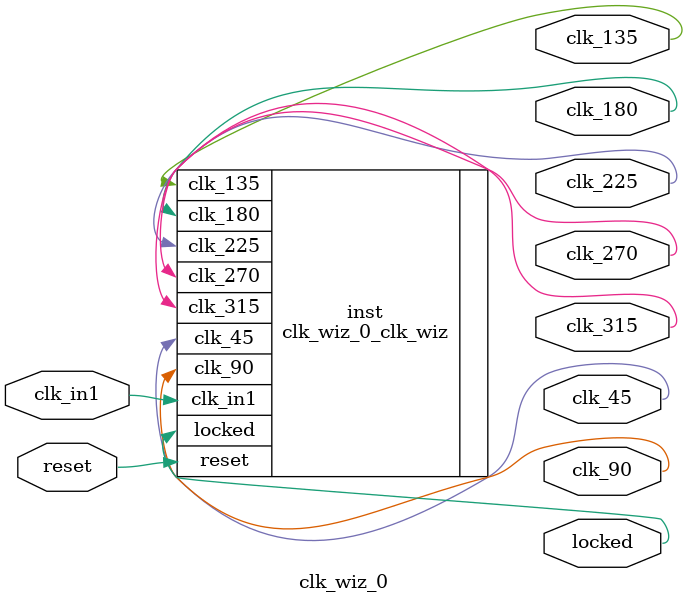
<source format=v>


`timescale 1ps/1ps

(* CORE_GENERATION_INFO = "clk_wiz_0,clk_wiz_v6_0_1_0_0,{component_name=clk_wiz_0,use_phase_alignment=true,use_min_o_jitter=false,use_max_i_jitter=false,use_dyn_phase_shift=false,use_inclk_switchover=false,use_dyn_reconfig=false,enable_axi=0,feedback_source=FDBK_AUTO,PRIMITIVE=MMCM,num_out_clk=7,clkin1_period=10.000,clkin2_period=10.000,use_power_down=false,use_reset=true,use_locked=true,use_inclk_stopped=false,feedback_type=SINGLE,CLOCK_MGR_TYPE=NA,manual_override=false}" *)

module clk_wiz_0 
 (
  // Clock out ports
  output        clk_90,
  output        clk_180,
  output        clk_270,
  output        clk_45,
  output        clk_135,
  output        clk_225,
  output        clk_315,
  // Status and control signals
  input         reset,
  output        locked,
 // Clock in ports
  input         clk_in1
 );

  clk_wiz_0_clk_wiz inst
  (
  // Clock out ports  
  .clk_90(clk_90),
  .clk_180(clk_180),
  .clk_270(clk_270),
  .clk_45(clk_45),
  .clk_135(clk_135),
  .clk_225(clk_225),
  .clk_315(clk_315),
  // Status and control signals               
  .reset(reset), 
  .locked(locked),
 // Clock in ports
  .clk_in1(clk_in1)
  );

endmodule

</source>
